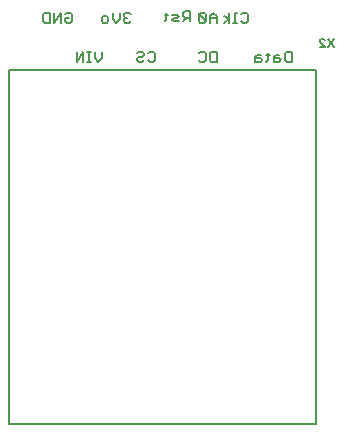
<source format=gbr>
G04 EAGLE Gerber RS-274X export*
G75*
%MOMM*%
%FSLAX34Y34*%
%LPD*%
%INSilkscreen Bottom*%
%IPPOS*%
%AMOC8*
5,1,8,0,0,1.08239X$1,22.5*%
G01*
%ADD10C,0.152400*%
%ADD11C,0.203200*%


D10*
X100612Y318015D02*
X100612Y312253D01*
X97730Y309372D01*
X94849Y312253D01*
X94849Y318015D01*
X91256Y309372D02*
X88375Y309372D01*
X89816Y309372D02*
X89816Y318015D01*
X91256Y318015D02*
X88375Y318015D01*
X85020Y318015D02*
X85020Y309372D01*
X79257Y309372D02*
X85020Y318015D01*
X79257Y318015D02*
X79257Y309372D01*
X123590Y351035D02*
X125031Y349595D01*
X123590Y351035D02*
X120709Y351035D01*
X119269Y349595D01*
X119269Y348154D01*
X120709Y346714D01*
X122150Y346714D01*
X120709Y346714D02*
X119269Y345273D01*
X119269Y343833D01*
X120709Y342392D01*
X123590Y342392D01*
X125031Y343833D01*
X115676Y345273D02*
X115676Y351035D01*
X115676Y345273D02*
X112794Y342392D01*
X109913Y345273D01*
X109913Y351035D01*
X104880Y342392D02*
X101999Y342392D01*
X100558Y343833D01*
X100558Y346714D01*
X101999Y348154D01*
X104880Y348154D01*
X106320Y346714D01*
X106320Y343833D01*
X104880Y342392D01*
X71179Y351035D02*
X69739Y349595D01*
X71179Y351035D02*
X74060Y351035D01*
X75501Y349595D01*
X75501Y343833D01*
X74060Y342392D01*
X71179Y342392D01*
X69739Y343833D01*
X69739Y346714D01*
X72620Y346714D01*
X66146Y351035D02*
X66146Y342392D01*
X60383Y342392D02*
X66146Y351035D01*
X60383Y351035D02*
X60383Y342392D01*
X56790Y342392D02*
X56790Y351035D01*
X56790Y342392D02*
X52469Y342392D01*
X51028Y343833D01*
X51028Y349595D01*
X52469Y351035D01*
X56790Y351035D01*
X218530Y349595D02*
X219970Y351035D01*
X222851Y351035D01*
X224292Y349595D01*
X224292Y343833D01*
X222851Y342392D01*
X219970Y342392D01*
X218530Y343833D01*
X214937Y351035D02*
X213496Y351035D01*
X213496Y342392D01*
X212056Y342392D02*
X214937Y342392D01*
X208700Y342392D02*
X208700Y351035D01*
X208700Y345273D02*
X204378Y342392D01*
X208700Y345273D02*
X204378Y348154D01*
X261499Y318015D02*
X261499Y309372D01*
X257178Y309372D01*
X255737Y310813D01*
X255737Y316575D01*
X257178Y318015D01*
X261499Y318015D01*
X250703Y315134D02*
X247822Y315134D01*
X246382Y313694D01*
X246382Y309372D01*
X250703Y309372D01*
X252144Y310813D01*
X250703Y312253D01*
X246382Y312253D01*
X241348Y310813D02*
X241348Y316575D01*
X241348Y310813D02*
X239908Y309372D01*
X239908Y315134D02*
X242789Y315134D01*
X235111Y315134D02*
X232230Y315134D01*
X230790Y313694D01*
X230790Y309372D01*
X235111Y309372D01*
X236552Y310813D01*
X235111Y312253D01*
X230790Y312253D01*
X175542Y343662D02*
X175542Y352305D01*
X171220Y352305D01*
X169779Y350865D01*
X169779Y347984D01*
X171220Y346543D01*
X175542Y346543D01*
X172660Y346543D02*
X169779Y343662D01*
X166186Y343662D02*
X161865Y343662D01*
X160424Y345103D01*
X161865Y346543D01*
X164746Y346543D01*
X166186Y347984D01*
X164746Y349424D01*
X160424Y349424D01*
X155391Y350865D02*
X155391Y345103D01*
X153950Y343662D01*
X153950Y349424D02*
X156831Y349424D01*
X141432Y318015D02*
X139991Y316575D01*
X141432Y318015D02*
X144313Y318015D01*
X145753Y316575D01*
X145753Y310813D01*
X144313Y309372D01*
X141432Y309372D01*
X139991Y310813D01*
X132076Y318015D02*
X130636Y316575D01*
X132076Y318015D02*
X134957Y318015D01*
X136398Y316575D01*
X136398Y315134D01*
X134957Y313694D01*
X132076Y313694D01*
X130636Y312253D01*
X130636Y310813D01*
X132076Y309372D01*
X134957Y309372D01*
X136398Y310813D01*
X197823Y309372D02*
X197823Y318015D01*
X197823Y309372D02*
X193502Y309372D01*
X192061Y310813D01*
X192061Y316575D01*
X193502Y318015D01*
X197823Y318015D01*
X184146Y318015D02*
X182706Y316575D01*
X184146Y318015D02*
X187027Y318015D01*
X188468Y316575D01*
X188468Y310813D01*
X187027Y309372D01*
X184146Y309372D01*
X182706Y310813D01*
X197823Y342392D02*
X197823Y348154D01*
X194942Y351035D01*
X192061Y348154D01*
X192061Y342392D01*
X192061Y346714D02*
X197823Y346714D01*
X188468Y343833D02*
X188468Y349595D01*
X187027Y351035D01*
X184146Y351035D01*
X182706Y349595D01*
X182706Y343833D01*
X184146Y342392D01*
X187027Y342392D01*
X188468Y343833D01*
X182706Y349595D01*
D11*
X282400Y302400D02*
X22400Y302400D01*
X22400Y2400D01*
X282400Y2400D01*
X282400Y302400D01*
D10*
X292482Y322162D02*
X296888Y328772D01*
X292482Y328772D02*
X296888Y322162D01*
X289404Y322162D02*
X284997Y322162D01*
X284997Y326568D02*
X289404Y322162D01*
X284997Y326568D02*
X284997Y327670D01*
X286099Y328772D01*
X288302Y328772D01*
X289404Y327670D01*
M02*

</source>
